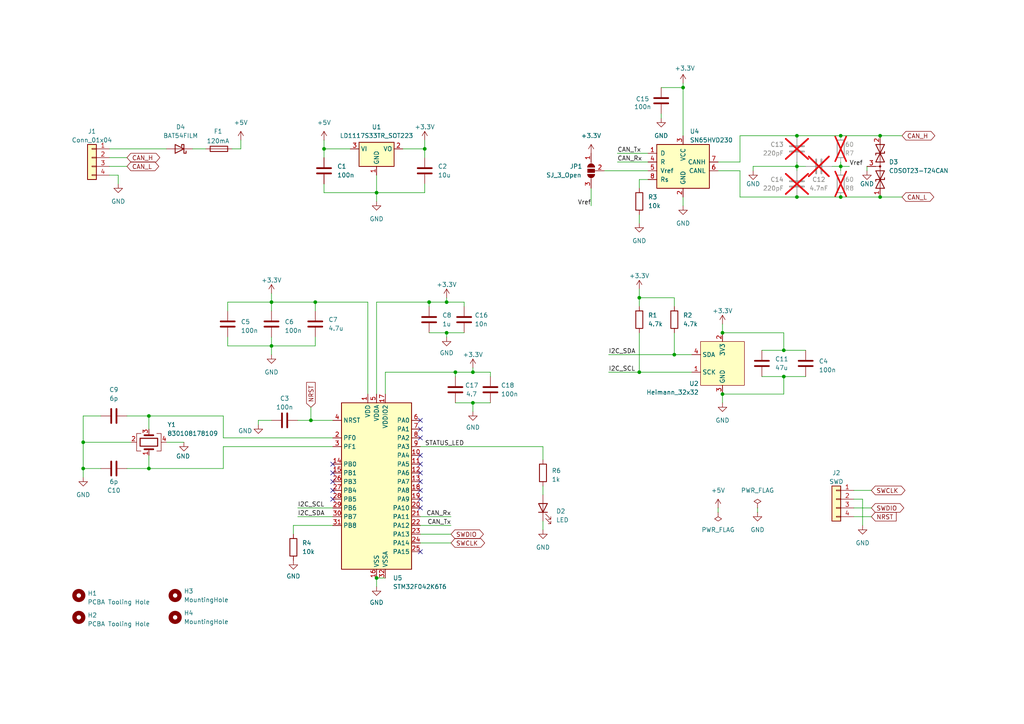
<source format=kicad_sch>
(kicad_sch (version 20231120) (generator "eeschema") (generator_version "8.0")
  (paper "A4")
  (lib_symbols
    (symbol "Connector_Generic:Conn_01x04" (pin_names (offset 1.016) hide)
      (property "Reference" "J" (at 0 5.08 0))
      (property "Value" "Conn_01x04" (at 0 -7.62 0))
      (symbol "Conn_01x04_1_1"
        (rectangle (start -1.27 -4.953) (end 0 -5.207) (stroke (width 0.1524)))
        (rectangle (start -1.27 -2.413) (end 0 -2.667) (stroke (width 0.1524)))
        (rectangle (start -1.27 0.127) (end 0 -0.127) (stroke (width 0.1524)))
        (rectangle (start -1.27 2.667) (end 0 2.413) (stroke (width 0.1524)))
        (rectangle (start -1.27 3.81) (end 1.27 -6.35) (stroke (width 0.254)) (fill (type background)))
        (pin passive line (at -5.08 2.54 0) (length 3.81) (name "Pin_1") (number "1"))
        (pin passive line (at -5.08 0 0) (length 3.81) (name "Pin_2") (number "2"))
        (pin passive line (at -5.08 -2.54 0) (length 3.81) (name "Pin_3") (number "3"))
        (pin passive line (at -5.08 -5.08 0) (length 3.81) (name "Pin_4") (number "4"))
      )
    )
    (symbol "Device:C" (pin_numbers hide) (pin_names (offset 0.254))
      (property "Reference" "C" (at 0.635 2.54 0))
      (property "Value" "C" (at 0.635 -2.54 0))
      (symbol "C_0_1"
        (polyline (pts (xy -2.032 -0.762) (xy 2.032 -0.762)) (stroke (width 0.508)))
        (polyline (pts (xy -2.032 0.762) (xy 2.032 0.762)) (stroke (width 0.508)))
      )
      (symbol "C_1_1"
        (pin passive line (at 0 3.81 270) (length 2.794) (name "~") (number "1"))
        (pin passive line (at 0 -3.81 90) (length 2.794) (name "~") (number "2"))
      )
    )
    (symbol "Device:D_Schottky" (pin_numbers hide) (pin_names (offset 1.016) hide)
      (property "Reference" "D" (at 0 2.54 0))
      (property "Value" "D_Schottky" (at 0 -2.54 0))
      (symbol "D_Schottky_0_1"
        (polyline (pts (xy 1.27 0) (xy -1.27 0)))
        (polyline (pts (xy 1.27 1.27) (xy 1.27 -1.27) (xy -1.27 0) (xy 1.27 1.27)) (stroke (width 0.254)))
        (polyline (pts (xy -1.905 0.635) (xy -1.905 1.27) (xy -1.27 1.27) (xy -1.27 -1.27) (xy -0.635 -1.27) (xy -0.635 -0.635)) (stroke (width 0.254)))
      )
      (symbol "D_Schottky_1_1"
        (pin passive line (at -3.81 0 0) (length 2.54) (name "K") (number "1"))
        (pin passive line (at 3.81 0 180) (length 2.54) (name "A") (number "2"))
      )
    )
    (symbol "Device:D_TVS_Dual_AAC" (pin_names (offset 1.016) hide)
      (property "Reference" "D" (at 0 4.445 0))
      (property "Value" "D_TVS_Dual_AAC" (at 0 2.54 0))
      (symbol "D_TVS_Dual_AAC_0_0"
        (polyline (pts (xy 0 -1.27) (xy 0 0)))
      )
      (symbol "D_TVS_Dual_AAC_0_1"
        (polyline (pts (xy -6.35 0) (xy 6.35 0)))
        (polyline (pts (xy -3.302 1.27) (xy -3.81 1.27) (xy -3.81 -1.27) (xy -4.318 -1.27)) (stroke (width 0.254)))
        (polyline (pts (xy 4.318 1.27) (xy 3.81 1.27) (xy 3.81 -1.27) (xy 3.302 -1.27)) (stroke (width 0.254)))
        (polyline (pts (xy -6.35 1.27) (xy -1.27 -1.27) (xy -1.27 1.27) (xy -6.35 -1.27) (xy -6.35 1.27)) (stroke (width 0.254)))
        (polyline (pts (xy 6.35 1.27) (xy 1.27 -1.27) (xy 1.27 1.27) (xy 6.35 -1.27) (xy 6.35 1.27)) (stroke (width 0.254)))
        (circle (center 0 0) (radius 0.254) (fill (type outline)))
      )
      (symbol "D_TVS_Dual_AAC_1_1"
        (pin passive line (at -8.89 0 0) (length 2.54) (name "A1") (number "1"))
        (pin passive line (at 8.89 0 180) (length 2.54) (name "A2") (number "2"))
        (pin input line (at 0 -3.81 90) (length 2.54) (name "common") (number "3"))
      )
    )
    (symbol "Device:Fuse" (pin_numbers hide) (pin_names (offset 0))
      (property "Reference" "F" (at 2.032 0 90))
      (property "Value" "Fuse" (at -1.905 0 90))
      (symbol "Fuse_0_1"
        (rectangle (start -0.762 -2.54) (end 0.762 2.54) (stroke (width 0.254)))
        (polyline (pts (xy 0 2.54) (xy 0 -2.54)))
      )
      (symbol "Fuse_1_1"
        (pin passive line (at 0 3.81 270) (length 1.27) (name "~") (number "1"))
        (pin passive line (at 0 -3.81 90) (length 1.27) (name "~") (number "2"))
      )
    )
    (symbol "Device:LED" (pin_numbers hide) (pin_names (offset 1.016) hide)
      (property "Reference" "D" (at 0 2.54 0))
      (property "Value" "LED" (at 0 -2.54 0))
      (symbol "LED_0_1"
        (polyline (pts (xy -1.27 -1.27) (xy -1.27 1.27)) (stroke (width 0.254)))
        (polyline (pts (xy -1.27 0) (xy 1.27 0)))
        (polyline (pts (xy 1.27 -1.27) (xy 1.27 1.27) (xy -1.27 0) (xy 1.27 -1.27)) (stroke (width 0.254)))
        (polyline (pts (xy -3.048 -0.762) (xy -4.572 -2.286) (xy -3.81 -2.286) (xy -4.572 -2.286) (xy -4.572 -1.524)))
        (polyline (pts (xy -1.778 -0.762) (xy -3.302 -2.286) (xy -2.54 -2.286) (xy -3.302 -2.286) (xy -3.302 -1.524)))
      )
      (symbol "LED_1_1"
        (pin passive line (at -3.81 0 0) (length 2.54) (name "K") (number "1"))
        (pin passive line (at 3.81 0 180) (length 2.54) (name "A") (number "2"))
      )
    )
    (symbol "Device:R" (pin_numbers hide) (pin_names (offset 0))
      (property "Reference" "R" (at 2.032 0 90))
      (property "Value" "R" (at 0 0 90))
      (symbol "R_0_1"
        (rectangle (start -1.016 -2.54) (end 1.016 2.54) (stroke (width 0.254)))
      )
      (symbol "R_1_1"
        (pin passive line (at 0 3.81 270) (length 1.27) (name "~") (number "1"))
        (pin passive line (at 0 -3.81 90) (length 1.27) (name "~") (number "2"))
      )
    )
    (symbol "FaSTTUBe_Crystals:830108178109" (pin_names (offset 1.016) hide)
      (property "Reference" "Y" (at 3.175 5.08 0))
      (property "Value" "830108178109" (at 3.175 3.175 0))
      (symbol "830108178109_0_1"
        (rectangle (start -1.143 2.54) (end 1.143 -2.54) (stroke (width 0.3048)))
        (polyline (pts (xy -2.54 0) (xy -2.032 0)))
        (polyline (pts (xy -2.032 -1.27) (xy -2.032 1.27)) (stroke (width 0.508)))
        (polyline (pts (xy 0 -3.81) (xy 0 -3.556)))
        (polyline (pts (xy 0 3.556) (xy 0 3.81)))
        (polyline (pts (xy 2.032 -1.27) (xy 2.032 1.27)) (stroke (width 0.508)))
        (polyline (pts (xy 2.032 0) (xy 2.54 0)))
        (polyline (pts (xy -2.54 -2.286) (xy -2.54 -3.556) (xy 2.54 -3.556) (xy 2.54 -2.286)))
        (polyline (pts (xy -2.54 2.286) (xy -2.54 3.556) (xy 2.54 3.556) (xy 2.54 2.286)))
      )
      (symbol "830108178109_1_1"
        (pin passive line (at -3.81 0 0) (length 1.27) (name "1") (number "1"))
        (pin passive line (at 0 5.08 270) (length 1.27) (name "2") (number "2"))
        (pin passive line (at 3.81 0 180) (length 1.27) (name "3") (number "3"))
        (pin passive line (at 0 -5.08 90) (length 1.27) (name "4") (number "4"))
      )
    )
    (symbol "GND_1" (power) (pin_numbers hide) (pin_names (offset 0) hide)
      (property "Value" "GND" (at 0 -3.81 0))
      (symbol "GND_1_0_1"
        (polyline (pts (xy 0 0) (xy 0 -1.27) (xy 1.27 -1.27) (xy 0 -2.54) (xy -1.27 -1.27) (xy 0 -1.27)))
      )
      (symbol "GND_1_1_1"
        (pin power_in line (at 0 0 270) (length 0) (name "~") (number "1"))
      )
    )
    (symbol "Interface_CAN_LIN:SN65HVD230" (pin_names (offset 1.016))
      (property "Reference" "U" (at -2.54 10.16 0))
      (property "Value" "SN65HVD230" (at -2.54 7.62 0))
      (symbol "SN65HVD230_0_1"
        (rectangle (start -7.62 5.08) (end 7.62 -7.62) (stroke (width 0.254)) (fill (type background)))
      )
      (symbol "SN65HVD230_1_1"
        (pin input line (at -10.16 2.54 0) (length 2.54) (name "D") (number "1"))
        (pin power_in line (at 0 -10.16 90) (length 2.54) (name "GND") (number "2"))
        (pin power_in line (at 0 7.62 270) (length 2.54) (name "VCC") (number "3"))
        (pin output line (at -10.16 0 0) (length 2.54) (name "R") (number "4"))
        (pin output line (at -10.16 -2.54 0) (length 2.54) (name "Vref") (number "5"))
        (pin bidirectional line (at 10.16 -2.54 180) (length 2.54) (name "CANL") (number "6"))
        (pin bidirectional line (at 10.16 0 180) (length 2.54) (name "CANH") (number "7"))
        (pin input line (at -10.16 -5.08 0) (length 2.54) (name "Rs") (number "8"))
      )
    )
    (symbol "Jumper:SolderJumper_3_Open" (pin_names (offset 0) hide)
      (property "Reference" "JP" (at -2.54 -2.54 0))
      (property "Value" "SolderJumper_3_Open" (at 0 2.794 0))
      (symbol "SolderJumper_3_Open_0_1"
        (arc (start -1.016 1.016) (mid -2.0276 0) (end -1.016 -1.016))
        (arc (start -1.016 1.016) (mid -2.0276 0) (end -1.016 -1.016) (fill (type outline)))
        (rectangle (start -0.508 1.016) (end 0.508 -1.016) (fill (type outline)))
        (polyline (pts (xy -2.54 0) (xy -2.032 0)))
        (polyline (pts (xy -1.016 1.016) (xy -1.016 -1.016)))
        (polyline (pts (xy 0 -1.27) (xy 0 -1.016)))
        (polyline (pts (xy 1.016 1.016) (xy 1.016 -1.016)))
        (polyline (pts (xy 2.54 0) (xy 2.032 0)))
        (arc (start 1.016 -1.016) (mid 2.0276 0) (end 1.016 1.016))
        (arc (start 1.016 -1.016) (mid 2.0276 0) (end 1.016 1.016) (fill (type outline)))
      )
      (symbol "SolderJumper_3_Open_1_1"
        (pin passive line (at -5.08 0 0) (length 2.54) (name "A") (number "1"))
        (pin passive line (at 0 -3.81 90) (length 2.54) (name "C") (number "2"))
        (pin passive line (at 5.08 0 180) (length 2.54) (name "B") (number "3"))
      )
    )
    (symbol "MCU_ST_STM32F0:STM32F042K6Tx"
      (property "Reference" "U" (at -10.16 26.67 0))
      (property "Value" "STM32F042K6Tx" (at 5.08 26.67 0))
      (symbol "STM32F042K6Tx_0_1"
        (rectangle (start -10.16 -22.86) (end 10.16 25.4) (stroke (width 0.254)) (fill (type background)))
      )
      (symbol "STM32F042K6Tx_1_1"
        (pin power_in line (at -2.54 27.94 270) (length 2.54) (name "VDD") (number "1"))
        (pin bidirectional line (at 12.7 10.16 180) (length 2.54) (name "PA4") (number "10"))
        (pin bidirectional line (at 12.7 7.62 180) (length 2.54) (name "PA5") (number "11"))
        (pin bidirectional line (at 12.7 5.08 180) (length 2.54) (name "PA6") (number "12"))
        (pin bidirectional line (at 12.7 2.54 180) (length 2.54) (name "PA7") (number "13"))
        (pin bidirectional line (at -12.7 7.62 0) (length 2.54) (name "PB0") (number "14"))
        (pin bidirectional line (at -12.7 5.08 0) (length 2.54) (name "PB1") (number "15"))
        (pin power_in line (at 0 -25.4 90) (length 2.54) (name "VSS") (number "16"))
        (pin power_in line (at 2.54 27.94 270) (length 2.54) (name "VDDIO2") (number "17"))
        (pin bidirectional line (at 12.7 0 180) (length 2.54) (name "PA8") (number "18"))
        (pin bidirectional line (at 12.7 -2.54 180) (length 2.54) (name "PA9") (number "19"))
        (pin bidirectional line (at -12.7 15.24 0) (length 2.54) (name "PF0") (number "2"))
        (pin bidirectional line (at 12.7 -5.08 180) (length 2.54) (name "PA10") (number "20"))
        (pin bidirectional line (at 12.7 -7.62 180) (length 2.54) (name "PA11") (number "21"))
        (pin bidirectional line (at 12.7 -10.16 180) (length 2.54) (name "PA12") (number "22"))
        (pin bidirectional line (at 12.7 -12.7 180) (length 2.54) (name "PA13") (number "23"))
        (pin bidirectional line (at 12.7 -15.24 180) (length 2.54) (name "PA14") (number "24"))
        (pin bidirectional line (at 12.7 -17.78 180) (length 2.54) (name "PA15") (number "25"))
        (pin bidirectional line (at -12.7 2.54 0) (length 2.54) (name "PB3") (number "26"))
        (pin bidirectional line (at -12.7 0 0) (length 2.54) (name "PB4") (number "27"))
        (pin bidirectional line (at -12.7 -2.54 0) (length 2.54) (name "PB5") (number "28"))
        (pin bidirectional line (at -12.7 -5.08 0) (length 2.54) (name "PB6") (number "29"))
        (pin bidirectional line (at -12.7 12.7 0) (length 2.54) (name "PF1") (number "3"))
        (pin bidirectional line (at -12.7 -7.62 0) (length 2.54) (name "PB7") (number "30"))
        (pin bidirectional line (at -12.7 -10.16 0) (length 2.54) (name "PB8") (number "31"))
        (pin power_in line (at 2.54 -25.4 90) (length 2.54) (name "VSSA") (number "32"))
        (pin input line (at -12.7 20.32 0) (length 2.54) (name "NRST") (number "4"))
        (pin power_in line (at 0 27.94 270) (length 2.54) (name "VDDA") (number "5"))
        (pin bidirectional line (at 12.7 20.32 180) (length 2.54) (name "PA0") (number "6"))
        (pin bidirectional line (at 12.7 17.78 180) (length 2.54) (name "PA1") (number "7"))
        (pin bidirectional line (at 12.7 15.24 180) (length 2.54) (name "PA2") (number "8"))
        (pin bidirectional line (at 12.7 12.7 180) (length 2.54) (name "PA3") (number "9"))
      )
    )
    (symbol "Mechanical:MountingHole" (pin_names (offset 1.016))
      (property "Reference" "H" (at 0 5.08 0))
      (property "Value" "MountingHole" (at 0 3.175 0))
      (symbol "MountingHole_0_1"
        (circle (center 0 0) (radius 1.27) (stroke (width 1.27)))
      )
    )
    (symbol "MountingHole_1" (pin_names (offset 1.016)) (exclude_from_sim yes) (in_bom no)
      (property "Reference" "H" (at 0 5.08 0))
      (property "Value" "MountingHole" (at 0 3.175 0))
      (symbol "MountingHole_1_0_1"
        (circle (center 0 0) (radius 1.27) (stroke (width 1.27)))
      )
    )
    (symbol "Regulator_Linear:LD1117S33TR_SOT223"
      (property "Reference" "U" (at -3.81 3.175 0))
      (property "Value" "LD1117S33TR_SOT223" (at 0 3.175 0))
      (symbol "LD1117S33TR_SOT223_0_1"
        (rectangle (start -5.08 -5.08) (end 5.08 1.905) (stroke (width 0.254)) (fill (type background)))
      )
      (symbol "LD1117S33TR_SOT223_1_1"
        (pin power_in line (at 0 -7.62 90) (length 2.54) (name "GND") (number "1"))
        (pin power_out line (at 7.62 0 180) (length 2.54) (name "VO") (number "2"))
        (pin power_in line (at -7.62 0 0) (length 2.54) (name "VI") (number "3"))
      )
    )
    (symbol "TTS:Heimann_16x16"
      (property "Reference" "U" (at 0 0 0))
      (property "Value" "Heimann_16x16" (at 0 0 0))
      (symbol "Heimann_16x16_0_1"
        (rectangle (start -6.35 6.35) (end 6.35 -6.35) (fill (type background)))
      )
      (symbol "Heimann_16x16_1_1"
        (pin bidirectional line (at 8.89 -2.54 180) (length 2.54) (name "SCK") (number "1"))
        (pin power_in line (at 0 8.89 270) (length 2.54) (name "3V3") (number "2"))
        (pin power_in line (at 0 -8.89 90) (length 2.54) (name "GND") (number "3"))
        (pin bidirectional line (at 8.89 2.54 180) (length 2.54) (name "SDA") (number "4"))
      )
    )
    (symbol "power:+3.3V" (power) (pin_names (offset 0))
      (property "Value" "+3.3V" (at 0 3.556 0))
      (symbol "+3.3V_0_1"
        (polyline (pts (xy -0.762 1.27) (xy 0 2.54)))
        (polyline (pts (xy 0 0) (xy 0 2.54)))
        (polyline (pts (xy 0 2.54) (xy 0.762 1.27)))
      )
      (symbol "+3.3V_1_1"
        (pin power_in line (at 0 0 90) (length 0) hide (name "+3.3V") (number "1"))
      )
    )
    (symbol "power:+5V" (power) (pin_numbers hide) (pin_names (offset 0) hide)
      (property "Value" "+5V" (at 0 3.556 0))
      (symbol "+5V_0_1"
        (polyline (pts (xy -0.762 1.27) (xy 0 2.54)))
        (polyline (pts (xy 0 0) (xy 0 2.54)))
        (polyline (pts (xy 0 2.54) (xy 0.762 1.27)))
      )
      (symbol "+5V_1_1"
        (pin power_in line (at 0 0 90) (length 0) (name "~") (number "1"))
      )
    )
    (symbol "power:GND" (power) (pin_names (offset 0))
      (property "Value" "GND" (at 0 -3.81 0))
      (symbol "GND_0_1"
        (polyline (pts (xy 0 0) (xy 0 -1.27) (xy 1.27 -1.27) (xy 0 -2.54) (xy -1.27 -1.27) (xy 0 -1.27)))
      )
      (symbol "GND_1_1"
        (pin power_in line (at 0 0 270) (length 0) hide (name "GND") (number "1"))
      )
    )
    (symbol "power:PWR_FLAG" (power) (pin_numbers hide) (pin_names (offset 0) hide)
      (property "Value" "PWR_FLAG" (at 0 3.81 0))
      (symbol "PWR_FLAG_0_0"
        (pin power_out line (at 0 0 90) (length 0) (name "~") (number "1"))
      )
      (symbol "PWR_FLAG_0_1"
        (polyline (pts (xy 0 0) (xy 0 1.27) (xy -1.016 1.905) (xy 0 2.54) (xy 1.016 1.905) (xy 0 1.27)))
      )
    )
  )
  (junction (at 91.44 87.63))
  (junction (at 137.16 107.95))
  (junction (at 243.84 48.26))
  (junction (at 78.74 87.63))
  (junction (at 43.18 120.65))
  (junction (at 43.18 135.89))
  (junction (at 24.13 135.89))
  (junction (at 231.14 48.26))
  (junction (at 132.08 107.95))
  (junction (at 227.33 101.6))
  (junction (at 231.14 57.15))
  (junction (at 109.22 55.88))
  (junction (at 109.22 167.64))
  (junction (at 243.84 39.37))
  (junction (at 93.98 43.18))
  (junction (at 255.27 57.15))
  (junction (at 124.46 87.63))
  (junction (at 227.33 109.22))
  (junction (at 231.14 39.37))
  (junction (at 198.12 25.4))
  (junction (at 129.54 96.52))
  (junction (at 78.74 100.33))
  (junction (at 129.54 87.63))
  (junction (at 209.55 114.3))
  (junction (at 137.16 116.84))
  (junction (at 209.55 96.52))
  (junction (at 123.19 43.18))
  (junction (at 185.42 107.95))
  (junction (at 24.13 128.27))
  (junction (at 195.58 102.87))
  (junction (at 243.84 57.15))
  (junction (at 185.42 86.36))
  (junction (at 255.27 39.37))
  (junction (at 90.17 121.92))
  (no_connect (at 121.92 142.24))
  (no_connect (at 121.92 144.78))
  (no_connect (at 121.92 160.02))
  (no_connect (at 96.52 142.24))
  (no_connect (at 96.52 134.62))
  (no_connect (at 121.92 132.08))
  (no_connect (at 121.92 137.16))
  (no_connect (at 96.52 137.16))
  (no_connect (at 96.52 144.78))
  (no_connect (at 121.92 121.92))
  (no_connect (at 121.92 127))
  (no_connect (at 121.92 124.46))
  (no_connect (at 121.92 147.32))
  (no_connect (at 121.92 134.62))
  (no_connect (at 96.52 139.7))
  (no_connect (at 121.92 139.7))
  (wire (pts (xy 121.92 157.48) (xy 130.81 157.48)))
  (wire (pts (xy 157.48 151.13) (xy 157.48 153.67)))
  (wire (pts (xy 124.46 87.63) (xy 124.46 88.9)))
  (wire (pts (xy 142.24 107.95) (xy 142.24 109.22)))
  (wire (pts (xy 78.74 87.63) (xy 66.04 87.63)))
  (wire (pts (xy 78.74 97.79) (xy 78.74 100.33)))
  (wire (pts (xy 43.18 135.89) (xy 64.77 135.89)))
  (wire (pts (xy 116.84 43.18) (xy 123.19 43.18)))
  (wire (pts (xy 109.22 167.64) (xy 111.76 167.64)))
  (wire (pts (xy 78.74 100.33) (xy 91.44 100.33)))
  (wire (pts (xy 74.93 123.19) (xy 74.93 121.92)))
  (wire (pts (xy 218.44 49.53) (xy 218.44 48.26)))
  (wire (pts (xy 31.75 48.26) (xy 36.83 48.26)))
  (wire (pts (xy 109.22 167.64) (xy 109.22 170.18)))
  (wire (pts (xy 179.07 44.45) (xy 187.96 44.45)))
  (wire (pts (xy 31.75 45.72) (xy 36.83 45.72)))
  (wire (pts (xy 255.27 39.37) (xy 243.84 39.37)))
  (wire (pts (xy 191.77 25.4) (xy 198.12 25.4)))
  (wire (pts (xy 129.54 96.52) (xy 134.62 96.52)))
  (wire (pts (xy 137.16 107.95) (xy 142.24 107.95)))
  (wire (pts (xy 36.83 120.65) (xy 43.18 120.65)))
  (wire (pts (xy 121.92 149.86) (xy 130.81 149.86)))
  (wire (pts (xy 220.98 109.22) (xy 227.33 109.22)))
  (wire (pts (xy 176.53 102.87) (xy 195.58 102.87)))
  (wire (pts (xy 121.92 154.94) (xy 130.81 154.94)))
  (wire (pts (xy 185.42 83.82) (xy 185.42 86.36)))
  (wire (pts (xy 24.13 135.89) (xy 24.13 138.43)))
  (wire (pts (xy 109.22 50.8) (xy 109.22 55.88)))
  (wire (pts (xy 86.36 121.92) (xy 90.17 121.92)))
  (wire (pts (xy 255.27 57.15) (xy 243.84 57.15)))
  (wire (pts (xy 24.13 128.27) (xy 24.13 135.89)))
  (wire (pts (xy 106.68 87.63) (xy 91.44 87.63)))
  (wire (pts (xy 29.21 120.65) (xy 24.13 120.65)))
  (wire (pts (xy 91.44 100.33) (xy 91.44 97.79)))
  (wire (pts (xy 247.65 142.24) (xy 252.73 142.24)))
  (wire (pts (xy 134.62 87.63) (xy 134.62 88.9)))
  (wire (pts (xy 96.52 152.4) (xy 85.09 152.4)))
  (wire (pts (xy 243.84 46.99) (xy 243.84 48.26)))
  (wire (pts (xy 64.77 120.65) (xy 64.77 127)))
  (wire (pts (xy 171.45 59.69) (xy 171.45 54.61)))
  (wire (pts (xy 227.33 96.52) (xy 227.33 101.6)))
  (wire (pts (xy 246.38 48.26) (xy 243.84 48.26)))
  (wire (pts (xy 157.48 140.97) (xy 157.48 143.51)))
  (wire (pts (xy 86.36 149.86) (xy 96.52 149.86)))
  (wire (pts (xy 123.19 43.18) (xy 123.19 45.72)))
  (wire (pts (xy 111.76 107.95) (xy 111.76 114.3)))
  (wire (pts (xy 124.46 87.63) (xy 129.54 87.63)))
  (wire (pts (xy 109.22 87.63) (xy 109.22 114.3)))
  (wire (pts (xy 86.36 147.32) (xy 96.52 147.32)))
  (wire (pts (xy 243.84 39.37) (xy 231.14 39.37)))
  (wire (pts (xy 24.13 120.65) (xy 24.13 128.27)))
  (wire (pts (xy 121.92 129.54) (xy 157.48 129.54)))
  (wire (pts (xy 132.08 107.95) (xy 137.16 107.95)))
  (wire (pts (xy 214.63 46.99) (xy 214.63 39.37)))
  (wire (pts (xy 247.65 149.86) (xy 252.73 149.86)))
  (wire (pts (xy 219.71 147.32) (xy 219.71 148.59)))
  (wire (pts (xy 137.16 106.68) (xy 137.16 107.95)))
  (wire (pts (xy 59.69 43.18) (xy 55.88 43.18)))
  (wire (pts (xy 34.29 50.8) (xy 31.75 50.8)))
  (wire (pts (xy 34.29 53.34) (xy 34.29 50.8)))
  (wire (pts (xy 121.92 152.4) (xy 130.81 152.4)))
  (wire (pts (xy 109.22 55.88) (xy 123.19 55.88)))
  (wire (pts (xy 74.93 121.92) (xy 78.74 121.92)))
  (wire (pts (xy 214.63 49.53) (xy 214.63 57.15)))
  (wire (pts (xy 195.58 88.9) (xy 195.58 86.36)))
  (wire (pts (xy 93.98 40.64) (xy 93.98 43.18)))
  (wire (pts (xy 195.58 102.87) (xy 195.58 96.52)))
  (wire (pts (xy 185.42 86.36) (xy 185.42 88.9)))
  (wire (pts (xy 185.42 107.95) (xy 200.66 107.95)))
  (wire (pts (xy 231.14 49.53) (xy 231.14 48.26)))
  (wire (pts (xy 209.55 114.3) (xy 227.33 114.3)))
  (wire (pts (xy 91.44 87.63) (xy 78.74 87.63)))
  (wire (pts (xy 227.33 109.22) (xy 233.68 109.22)))
  (wire (pts (xy 24.13 135.89) (xy 29.21 135.89)))
  (wire (pts (xy 78.74 85.09) (xy 78.74 87.63)))
  (wire (pts (xy 247.65 147.32) (xy 252.73 147.32)))
  (wire (pts (xy 43.18 120.65) (xy 64.77 120.65)))
  (wire (pts (xy 195.58 102.87) (xy 200.66 102.87)))
  (wire (pts (xy 111.76 107.95) (xy 132.08 107.95)))
  (wire (pts (xy 123.19 40.64) (xy 123.19 43.18)))
  (wire (pts (xy 129.54 96.52) (xy 129.54 97.79)))
  (wire (pts (xy 43.18 132.08) (xy 43.18 135.89)))
  (wire (pts (xy 123.19 55.88) (xy 123.19 53.34)))
  (wire (pts (xy 124.46 96.52) (xy 129.54 96.52)))
  (wire (pts (xy 214.63 57.15) (xy 231.14 57.15)))
  (wire (pts (xy 227.33 109.22) (xy 227.33 114.3)))
  (wire (pts (xy 109.22 55.88) (xy 109.22 58.42)))
  (wire (pts (xy 64.77 127) (xy 96.52 127)))
  (wire (pts (xy 261.62 57.15) (xy 255.27 57.15)))
  (wire (pts (xy 90.17 118.11) (xy 90.17 121.92)))
  (wire (pts (xy 36.83 135.89) (xy 43.18 135.89)))
  (wire (pts (xy 137.16 116.84) (xy 142.24 116.84)))
  (wire (pts (xy 129.54 86.36) (xy 129.54 87.63)))
  (wire (pts (xy 24.13 128.27) (xy 38.1 128.27)))
  (wire (pts (xy 93.98 53.34) (xy 93.98 55.88)))
  (wire (pts (xy 175.26 49.53) (xy 187.96 49.53)))
  (wire (pts (xy 78.74 100.33) (xy 78.74 102.87)))
  (wire (pts (xy 185.42 52.07) (xy 187.96 52.07)))
  (wire (pts (xy 208.28 49.53) (xy 214.63 49.53)))
  (wire (pts (xy 243.84 48.26) (xy 241.3 48.26)))
  (wire (pts (xy 208.28 147.32) (xy 208.28 148.59)))
  (wire (pts (xy 251.46 49.53) (xy 251.46 48.26)))
  (wire (pts (xy 137.16 116.84) (xy 137.16 119.38)))
  (wire (pts (xy 93.98 43.18) (xy 101.6 43.18)))
  (wire (pts (xy 250.19 144.78) (xy 250.19 152.4)))
  (wire (pts (xy 243.84 49.53) (xy 243.84 48.26)))
  (wire (pts (xy 109.22 87.63) (xy 124.46 87.63)))
  (wire (pts (xy 132.08 116.84) (xy 137.16 116.84)))
  (wire (pts (xy 66.04 87.63) (xy 66.04 90.17)))
  (wire (pts (xy 261.62 39.37) (xy 255.27 39.37)))
  (wire (pts (xy 176.53 107.95) (xy 185.42 107.95)))
  (wire (pts (xy 185.42 54.61) (xy 185.42 52.07)))
  (wire (pts (xy 48.26 128.27) (xy 53.34 128.27)))
  (wire (pts (xy 67.31 43.18) (xy 69.85 43.18)))
  (wire (pts (xy 198.12 24.13) (xy 198.12 25.4)))
  (wire (pts (xy 69.85 43.18) (xy 69.85 40.64)))
  (wire (pts (xy 90.17 121.92) (xy 96.52 121.92)))
  (wire (pts (xy 231.14 46.99) (xy 231.14 48.26)))
  (wire (pts (xy 132.08 107.95) (xy 132.08 109.22)))
  (wire (pts (xy 195.58 86.36) (xy 185.42 86.36)))
  (wire (pts (xy 78.74 87.63) (xy 78.74 90.17)))
  (wire (pts (xy 85.09 152.4) (xy 85.09 154.94)))
  (wire (pts (xy 209.55 114.3) (xy 209.55 116.84)))
  (wire (pts (xy 31.75 43.18) (xy 48.26 43.18)))
  (wire (pts (xy 209.55 93.98) (xy 209.55 96.52)))
  (wire (pts (xy 106.68 87.63) (xy 106.68 114.3)))
  (wire (pts (xy 243.84 57.15) (xy 231.14 57.15)))
  (wire (pts (xy 220.98 101.6) (xy 227.33 101.6)))
  (wire (pts (xy 93.98 55.88) (xy 109.22 55.88)))
  (wire (pts (xy 157.48 129.54) (xy 157.48 133.35)))
  (wire (pts (xy 198.12 25.4) (xy 198.12 39.37)))
  (wire (pts (xy 185.42 62.23) (xy 185.42 64.77)))
  (wire (pts (xy 43.18 120.65) (xy 43.18 124.46)))
  (wire (pts (xy 208.28 46.99) (xy 214.63 46.99)))
  (wire (pts (xy 233.68 48.26) (xy 231.14 48.26)))
  (wire (pts (xy 214.63 39.37) (xy 231.14 39.37)))
  (wire (pts (xy 66.04 100.33) (xy 78.74 100.33)))
  (wire (pts (xy 198.12 57.15) (xy 198.12 59.69)))
  (wire (pts (xy 191.77 34.29) (xy 191.77 33.02)))
  (wire (pts (xy 185.42 107.95) (xy 185.42 96.52)))
  (wire (pts (xy 227.33 101.6) (xy 233.68 101.6)))
  (wire (pts (xy 179.07 46.99) (xy 187.96 46.99)))
  (wire (pts (xy 66.04 97.79) (xy 66.04 100.33)))
  (wire (pts (xy 91.44 90.17) (xy 91.44 87.63)))
  (wire (pts (xy 96.52 129.54) (xy 64.77 129.54)))
  (wire (pts (xy 209.55 96.52) (xy 227.33 96.52)))
  (wire (pts (xy 247.65 144.78) (xy 250.19 144.78)))
  (wire (pts (xy 129.54 87.63) (xy 134.62 87.63)))
  (wire (pts (xy 93.98 43.18) (xy 93.98 45.72)))
  (wire (pts (xy 64.77 129.54) (xy 64.77 135.89)))
  (wire (pts (xy 218.44 48.26) (xy 231.14 48.26)))
  (label "CAN_Tx" (at 130.81 152.4 180))
  (label "I2C_SDA" (at 86.36 149.86 0))
  (label "CAN_Rx" (at 130.81 149.86 180))
  (label "Vref" (at 171.45 59.69 180))
  (label "Vref" (at 246.38 48.26 0))
  (label "I2C_SCL" (at 86.36 147.32 0))
  (label "CAN_Rx" (at 179.07 46.99 0))
  (label "I2C_SDA" (at 176.53 102.87 0))
  (label "I2C_SCL" (at 176.53 107.95 0))
  (label "STATUS_LED" (at 134.62 129.54 180))
  (label "CAN_Tx" (at 179.07 44.45 0))
  (global_label "SWCLK" (shape bidirectional) (at 130.81 157.48 0) (property "Intersheetrefs" "${INTERSHEET_REFS}" (effects (hide yes))))
  (global_label "CAN_L" (shape bidirectional) (at 261.62 57.15 0) (property "Intersheetrefs" "${INTERSHEET_REFS}" (effects (hide yes))))
  (global_label "SWDIO" (shape bidirectional) (at 252.73 147.32 0) (property "Intersheetrefs" "${INTERSHEET_REFS}" (effects (hide yes))))
  (global_label "CAN_H" (shape bidirectional) (at 261.62 39.37 0) (property "Intersheetrefs" "${INTERSHEET_REFS}" (effects (hide yes))))
  (global_label "CAN_L" (shape bidirectional) (at 36.83 48.26 0) (property "Intersheetrefs" "${INTERSHEET_REFS}" (effects (hide yes))))
  (global_label "CAN_H" (shape bidirectional) (at 36.83 45.72 0) (property "Intersheetrefs" "${INTERSHEET_REFS}" (effects (hide yes))))
  (global_label "SWDIO" (shape bidirectional) (at 130.81 154.94 0) (property "Intersheetrefs" "${INTERSHEET_REFS}" (effects (hide yes))))
  (global_label "NRST" (shape input) (at 252.73 149.86 0) (property "Intersheetrefs" "${INTERSHEET_REFS}" (effects (hide yes))))
  (global_label "NRST" (shape input) (at 90.17 118.11 90) (property "Intersheetrefs" "${INTERSHEET_REFS}" (effects (hide yes))))
  (global_label "SWCLK" (shape bidirectional) (at 252.73 142.24 0) (property "Intersheetrefs" "${INTERSHEET_REFS}" (effects (hide yes))))
  (symbol (lib_id "FaSTTUBe_Crystals:830108178109") (at 43.18 128.27 90) (unit 1)
    (property "Reference" "Y1" (at 49.784 123.19 90))
    (property "Value" "830108178109" (at 55.88 125.73 90))
    (property "Footprint" "Crystal:Crystal_SMD_2016-4Pin_2.0x1.6mm" (effects (hide yes)))
    (property "Datasheet" "https://www.we-online.com/components/products/datasheet/830108178109.pdf" (effects (hide yes)))
    (property "Description" "16.0MHz Load Capacitance (CL) 8.00pF, Shunt Capacitance (C0) 3pF max" (effects (hide yes)))
  )
  (symbol (lib_id "Device:C") (at 66.04 93.98 0) (unit 1)
    (property "Reference" "C5" (at 69.85 93.345 0) (effects (justify left)))
    (property "Value" "100n" (at 69.85 95.885 0) (effects (justify left)))
    (property "Footprint" "Capacitor_SMD:C_0603_1608Metric" (effects (hide yes)))
    (property "LCSC" "C307331" (effects (hide yes)))
  )
  (symbol (lib_id "Device:C") (at 91.44 93.98 0) (unit 1)
    (property "Reference" "C7" (at 95.25 92.7099 0) (effects (justify left)))
    (property "Value" "4.7u" (at 95.25 95.2499 0) (effects (justify left)))
    (property "Footprint" "Capacitor_SMD:C_0603_1608Metric" (effects (hide yes)))
    (property "LCSC" "C307331" (effects (hide yes)))
  )
  (symbol (lib_name "GND_1") (lib_id "power:GND") (at 219.71 148.59 0) (unit 1)
    (property "Reference" "#PWR029" (effects (hide yes)))
    (property "Value" "GND" (at 219.71 153.67 0))
    (property "Description" "Power symbol creates a global label with name \"GND\" , ground" (effects (hide yes)))
  )
  (symbol (lib_id "Device:C") (at 93.98 49.53 0) (unit 1)
    (property "Reference" "C1" (at 97.79 48.2599 0) (effects (justify left)))
    (property "Value" "100n" (at 97.79 50.7999 0) (effects (justify left)))
    (property "Footprint" "Capacitor_SMD:C_0603_1608Metric" (effects (hide yes)))
    (property "LCSC" "C15849" (effects (hide yes)))
  )
  (symbol (lib_id "Device:Fuse") (at 63.5 43.18 90) (unit 1)
    (property "Reference" "F1" (at 64.516 38.1 90) (effects (justify left)))
    (property "Value" "120mA" (at 66.548 40.894 90) (effects (justify left)))
    (property "Footprint" "Fuse:Fuse_1206_3216Metric" (effects (hide yes)))
    (property "Datasheet" "https://www.mouser.de/datasheet/2/87/eaton_pts1206_6_60_volt_dc_surface_mount_resettabl-1608737.pdf" (effects (hide yes)))
  )
  (symbol (lib_id "power:GND") (at 78.74 102.87 0) (unit 1)
    (property "Reference" "#PWR014" (effects (hide yes)))
    (property "Value" "GND" (at 78.74 107.95 0))
  )
  (symbol (lib_id "Device:C") (at 33.02 120.65 90) (unit 1)
    (property "Reference" "C9" (at 33.02 113.03 90))
    (property "Value" "6p" (at 33.02 115.57 90))
    (property "Footprint" "Capacitor_SMD:C_0603_1608Metric" (effects (hide yes)))
    (property "LCSC" "C1549" (effects (hide yes)))
  )
  (symbol (lib_id "power:+3.3V") (at 78.74 85.09 0) (unit 1)
    (property "Reference" "#PWR04" (effects (hide yes)))
    (property "Value" "+3.3V" (at 78.74 81.28 0))
  )
  (symbol (lib_id "Device:C") (at 233.68 105.41 0) (unit 1)
    (property "Reference" "C4" (at 237.49 104.775 0) (effects (justify left)))
    (property "Value" "100n" (at 237.49 107.315 0) (effects (justify left)))
    (property "Footprint" "Capacitor_SMD:C_0603_1608Metric" (effects (hide yes)))
    (property "LCSC" "C307331" (effects (hide yes)))
  )
  (symbol (lib_id "power:GND") (at 191.77 34.29 0) (unit 1)
    (property "Reference" "#PWR027" (effects (hide yes)))
    (property "Value" "GND" (at 191.77 39.37 0))
  )
  (symbol (lib_id "Device:C") (at 231.14 43.18 0) (mirror y) (unit 1) (dnp yes)
    (property "Reference" "C13" (at 227.33 41.91 0) (effects (justify left)))
    (property "Value" "220pF" (at 227.33 44.45 0) (effects (justify left)))
    (property "Footprint" "Capacitor_SMD:C_0603_1608Metric" (effects (hide yes)))
  )
  (symbol (lib_name "MountingHole_1") (lib_id "Mechanical:MountingHole") (at 50.8 172.72 0) (unit 1) (exclude_from_sim yes) (in_bom no)
    (property "Reference" "H3" (at 53.34 171.4499 0) (effects (justify left)))
    (property "Value" "MountingHole" (at 53.34 173.9899 0) (effects (justify left)))
    (property "Footprint" "MountingHole:MountingHole_2.2mm_M2_DIN965" (effects (hide yes)))
    (property "Description" "Mounting Hole without connection" (effects (hide yes)))
  )
  (symbol (lib_id "Device:D_TVS_Dual_AAC") (at 255.27 48.26 270) (mirror x) (unit 1)
    (property "Reference" "D3" (at 257.81 46.99 90) (effects (justify left)))
    (property "Value" "CDSOT23-T24CAN" (at 257.81 49.53 90) (effects (justify left)))
    (property "Footprint" "Package_TO_SOT_SMD:SOT-23" (effects (hide yes)))
  )
  (symbol (lib_name "MountingHole_1") (lib_id "Mechanical:MountingHole") (at 50.8 179.07 0) (unit 1) (exclude_from_sim yes) (in_bom no)
    (property "Reference" "H4" (at 53.34 177.7999 0) (effects (justify left)))
    (property "Value" "MountingHole" (at 53.34 180.3399 0) (effects (justify left)))
    (property "Footprint" "MountingHole:MountingHole_2.2mm_M2_DIN965" (effects (hide yes)))
    (property "Description" "Mounting Hole without connection" (effects (hide yes)))
  )
  (symbol (lib_id "power:+3.3V") (at 137.16 106.68 0) (unit 1)
    (property "Reference" "#PWR017" (effects (hide yes)))
    (property "Value" "+3.3V" (at 137.16 102.87 0))
  )
  (symbol (lib_id "power:GND") (at 137.16 119.38 0) (unit 1)
    (property "Reference" "#PWR018" (effects (hide yes)))
    (property "Value" "GND" (at 137.16 123.952 0))
  )
  (symbol (lib_id "Device:LED") (at 157.48 147.32 90) (unit 1)
    (property "Reference" "D2" (at 161.29 148.2725 90) (effects (justify right)))
    (property "Value" "LED" (at 161.29 150.8125 90) (effects (justify right)))
    (property "Footprint" "LED_SMD:LED_0603_1608Metric" (effects (hide yes)))
    (property "LCSC" "C2286" (effects (hide yes)))
  )
  (symbol (lib_id "power:+5V") (at 208.28 147.32 0) (unit 1)
    (property "Reference" "#PWR028" (effects (hide yes)))
    (property "Value" "+5V" (at 208.28 142.24 0))
    (property "Description" "Power symbol creates a global label with name \"+5V\"" (effects (hide yes)))
  )
  (symbol (lib_id "Device:C") (at 237.49 48.26 270) (mirror x) (unit 1) (dnp yes)
    (property "Reference" "C12" (at 237.49 52.07 90))
    (property "Value" "4.7nF" (at 237.49 54.61 90))
    (property "Footprint" "Capacitor_SMD:C_0603_1608Metric" (effects (hide yes)))
  )
  (symbol (lib_id "power:+5V") (at 69.85 40.64 0) (unit 1)
    (property "Reference" "#PWR030" (effects (hide yes)))
    (property "Value" "+5V" (at 69.85 35.56 0))
    (property "Description" "Power symbol creates a global label with name \"+5V\"" (effects (hide yes)))
  )
  (symbol (lib_id "Device:R") (at 85.09 158.75 0) (unit 1)
    (property "Reference" "R4" (at 87.63 157.4799 0) (effects (justify left)))
    (property "Value" "10k" (at 87.63 160.0199 0) (effects (justify left)))
    (property "Footprint" "Resistor_SMD:R_0603_1608Metric" (effects (hide yes)))
    (property "LCSC" "C11702" (effects (hide yes)))
  )
  (symbol (lib_id "Device:R") (at 243.84 43.18 0) (mirror x) (unit 1) (dnp yes)
    (property "Reference" "R7" (at 246.38 44.45 0))
    (property "Value" "60" (at 246.38 41.91 0))
    (property "Footprint" "Resistor_SMD:R_0603_1608Metric" (effects (hide yes)))
  )
  (symbol (lib_id "Device:C") (at 82.55 121.92 90) (unit 1)
    (property "Reference" "C3" (at 82.55 115.57 90))
    (property "Value" "100n" (at 82.55 118.11 90))
    (property "Footprint" "Capacitor_SMD:C_0603_1608Metric" (effects (hide yes)))
    (property "LCSC" "C307331" (effects (hide yes)))
  )
  (symbol (lib_id "Device:C") (at 134.62 92.71 0) (unit 1)
    (property "Reference" "C16" (at 137.668 91.44 0) (effects (justify left)))
    (property "Value" "10n" (at 137.668 93.98 0) (effects (justify left)))
    (property "Footprint" "Capacitor_SMD:C_0603_1608Metric" (effects (hide yes)))
    (property "LCSC" "C307331" (effects (hide yes)))
  )
  (symbol (lib_id "Mechanical:MountingHole") (at 22.86 172.72 0) (unit 1)
    (property "Reference" "H1" (at 25.4 172.085 0) (effects (justify left)))
    (property "Value" "PCBA Tooling Hole" (at 25.4 174.625 0) (effects (justify left)))
    (property "Footprint" "TTS:JLCPCBA_ToolingHole" (effects (hide yes)))
  )
  (symbol (lib_id "power:GND") (at 198.12 59.69 0) (unit 1)
    (property "Reference" "#PWR011" (effects (hide yes)))
    (property "Value" "GND" (at 198.12 64.77 0))
  )
  (symbol (lib_id "Connector_Generic:Conn_01x04") (at 26.67 45.72 0) (mirror y) (unit 1)
    (property "Reference" "J1" (at 26.67 38.1 0))
    (property "Value" "Conn_01x04" (at 26.67 40.64 0))
    (property "Footprint" "Connector_Wire:SolderWire-0.25sqmm_1x04_P4.2mm_D0.65mm_OD1.7mm" (effects (hide yes)))
  )
  (symbol (lib_id "power:GND") (at 34.29 53.34 0) (unit 1)
    (property "Reference" "#PWR02" (effects (hide yes)))
    (property "Value" "GND" (at 34.29 58.42 0))
  )
  (symbol (lib_id "Device:R") (at 185.42 58.42 0) (unit 1)
    (property "Reference" "R3" (at 187.96 57.1499 0) (effects (justify left)))
    (property "Value" "10k" (at 187.96 59.6899 0) (effects (justify left)))
    (property "Footprint" "Resistor_SMD:R_0603_1608Metric" (effects (hide yes)))
    (property "LCSC" "C17168" (effects (hide yes)))
  )
  (symbol (lib_id "power:+3.3V") (at 209.55 93.98 0) (unit 1)
    (property "Reference" "#PWR07" (effects (hide yes)))
    (property "Value" "+3.3V" (at 209.55 90.17 0))
  )
  (symbol (lib_id "power:+3.3V") (at 198.12 24.13 0) (unit 1)
    (property "Reference" "#PWR09" (effects (hide yes)))
    (property "Value" "+3.3V" (at 198.628 19.812 0))
  )
  (symbol (lib_id "Mechanical:MountingHole") (at 22.86 179.07 0) (unit 1)
    (property "Reference" "H2" (at 25.4 178.435 0) (effects (justify left)))
    (property "Value" "PCBA Tooling Hole" (at 25.4 180.975 0) (effects (justify left)))
    (property "Footprint" "TTS:JLCPCBA_ToolingHole" (effects (hide yes)))
  )
  (symbol (lib_id "Device:R") (at 195.58 92.71 0) (unit 1)
    (property "Reference" "R2" (at 198.12 91.4399 0) (effects (justify left)))
    (property "Value" "4.7k" (at 198.12 93.9799 0) (effects (justify left)))
    (property "Footprint" "Resistor_SMD:R_0603_1608Metric" (effects (hide yes)))
    (property "LCSC" "C11702" (effects (hide yes)))
  )
  (symbol (lib_id "power:GND") (at 129.54 97.79 0) (unit 1)
    (property "Reference" "#PWR016" (effects (hide yes)))
    (property "Value" "GND" (at 129.54 102.362 0))
  )
  (symbol (lib_id "MCU_ST_STM32F0:STM32F042K6Tx") (at 109.22 142.24 0) (unit 1)
    (property "Reference" "U5" (at 113.9541 167.64 0) (effects (justify left)))
    (property "Value" "STM32F042K6T6" (at 113.9541 170.18 0) (effects (justify left)))
    (property "Footprint" "Package_QFP:LQFP-32_7x7mm_P0.8mm" (effects (hide yes)))
    (property "Datasheet" "https://www.st.com/resource/en/datasheet/stm32f042k6.pdf" (effects (hide yes)))
    (property "Description" "STMicroelectronics Arm Cortex-M0 MCU, 32KB flash, 6KB RAM, 48 MHz, 2.0-3.6V, 26 GPIO, LQFP32" (effects (hide yes)))
  )
  (symbol (lib_id "power:+3.3V") (at 171.45 44.45 0) (mirror y) (unit 1)
    (property "Reference" "#PWR026" (effects (hide yes)))
    (property "Value" "+3.3V" (at 171.45 39.37 0))
  )
  (symbol (lib_id "power:GND") (at 250.19 152.4 0) (unit 1)
    (property "Reference" "#PWR06" (effects (hide yes)))
    (property "Value" "GND" (at 250.19 157.48 0))
  )
  (symbol (lib_id "power:GND") (at 85.09 162.56 0) (unit 1)
    (property "Reference" "#PWR015" (effects (hide yes)))
    (property "Value" "GND" (at 85.09 167.132 0))
  )
  (symbol (lib_id "Device:R") (at 185.42 92.71 0) (unit 1)
    (property "Reference" "R1" (at 187.96 91.4399 0) (effects (justify left)))
    (property "Value" "4.7k" (at 187.96 93.9799 0) (effects (justify left)))
    (property "Footprint" "Resistor_SMD:R_0603_1608Metric" (effects (hide yes)))
    (property "LCSC" "C11702" (effects (hide yes)))
  )
  (symbol (lib_id "Device:R") (at 243.84 53.34 0) (mirror x) (unit 1) (dnp yes)
    (property "Reference" "R8" (at 246.38 54.61 0))
    (property "Value" "60" (at 246.38 52.07 0))
    (property "Footprint" "Resistor_SMD:R_0603_1608Metric" (effects (hide yes)))
  )
  (symbol (lib_id "power:PWR_FLAG") (at 208.28 148.59 0) (mirror x) (unit 1)
    (property "Reference" "#FLG01" (effects (hide yes)))
    (property "Value" "PWR_FLAG" (at 208.28 153.67 0))
    (property "Description" "Special symbol for telling ERC where power comes from" (effects (hide yes)))
  )
  (symbol (lib_id "Interface_CAN_LIN:SN65HVD230") (at 198.12 46.99 0) (unit 1)
    (property "Reference" "U4" (at 200.0759 38.1 0) (effects (justify left)))
    (property "Value" "SN65HVD230" (at 200.0759 40.64 0) (effects (justify left)))
    (property "Footprint" "Package_SO:SOIC-8_3.9x4.9mm_P1.27mm" (effects (hide yes)))
    (property "Datasheet" "http://www.ti.com/lit/ds/symlink/sn65hvd230.pdf" (effects (hide yes)))
    (property "LCSC" "C12084" (effects (hide yes)))
  )
  (symbol (lib_id "Device:C") (at 220.98 105.41 0) (unit 1)
    (property "Reference" "C11" (at 224.79 104.1399 0) (effects (justify left)))
    (property "Value" "47u" (at 224.79 106.6799 0) (effects (justify left)))
    (property "Footprint" "Capacitor_SMD:C_0603_1608Metric" (effects (hide yes)))
    (property "LCSC" "C307331" (effects (hide yes)))
  )
  (symbol (lib_id "power:GND") (at 24.13 138.43 0) (unit 1)
    (property "Reference" "#PWR021" (effects (hide yes)))
    (property "Value" "GND" (at 24.13 143.51 0))
  )
  (symbol (lib_id "Device:C") (at 124.46 92.71 0) (unit 1)
    (property "Reference" "C8" (at 128.27 91.4399 0) (effects (justify left)))
    (property "Value" "1u" (at 128.27 93.9799 0) (effects (justify left)))
    (property "Footprint" "Capacitor_SMD:C_0603_1608Metric" (effects (hide yes)))
    (property "LCSC" "C307331" (effects (hide yes)))
  )
  (symbol (lib_id "power:GND") (at 251.46 49.53 0) (mirror y) (unit 1)
    (property "Reference" "#PWR024" (effects (hide yes)))
    (property "Value" "GND" (at 251.46 53.34 0))
  )
  (symbol (lib_id "power:GND") (at 53.34 128.27 0) (unit 1)
    (property "Reference" "#PWR020" (effects (hide yes)))
    (property "Value" "GND" (at 53.086 132.334 0))
  )
  (symbol (lib_id "TTS:Heimann_16x16") (at 209.55 105.41 0) (mirror y) (unit 1)
    (property "Reference" "U2" (at 199.898 111.252 0) (effects (justify right)))
    (property "Value" "Heimann_32x32" (at 187.452 113.792 0) (effects (justify right)))
    (property "Footprint" "TTS:TO-39_sidemount" (effects (hide yes)))
    (property "Datasheet" "https://cloud.fasttube.de/f/3478875" (effects (hide yes)))
  )
  (symbol (lib_id "power:GND") (at 209.55 116.84 0) (unit 1)
    (property "Reference" "#PWR010" (effects (hide yes)))
    (property "Value" "GND" (at 209.55 121.92 0))
  )
  (symbol (lib_id "Regulator_Linear:LD1117S33TR_SOT223") (at 109.22 43.18 0) (unit 1)
    (property "Reference" "U1" (at 109.22 36.83 0))
    (property "Value" "LD1117S33TR_SOT223" (at 109.22 39.37 0))
    (property "Footprint" "Package_TO_SOT_SMD:SOT-223-3_TabPin2" (effects (hide yes)))
    (property "Datasheet" "http://www.st.com/st-web-ui/static/active/en/resource/technical/document/datasheet/CD00000544.pdf" (effects (hide yes)))
  )
  (symbol (lib_id "Device:D_Schottky") (at 52.07 43.18 180) (unit 1)
    (property "Reference" "D4" (at 52.3875 36.83 0))
    (property "Value" "BAT54FILM" (at 52.3875 39.37 0))
    (property "Footprint" "Package_TO_SOT_SMD:SOT-23" (effects (hide yes)))
    (property "Datasheet" "https://www.mouser.de/datasheet/2/389/bat54-1849047.pdf" (effects (hide yes)))
    (property "Description" "Schottky diode" (effects (hide yes)))
  )
  (symbol (lib_id "Device:C") (at 78.74 93.98 0) (unit 1)
    (property "Reference" "C6" (at 82.55 93.345 0) (effects (justify left)))
    (property "Value" "100n" (at 82.55 95.885 0) (effects (justify left)))
    (property "Footprint" "Capacitor_SMD:C_0603_1608Metric" (effects (hide yes)))
    (property "LCSC" "C307331" (effects (hide yes)))
  )
  (symbol (lib_id "power:+3.3V") (at 129.54 86.36 0) (unit 1)
    (property "Reference" "#PWR019" (effects (hide yes)))
    (property "Value" "+3.3V" (at 129.54 82.55 0))
  )
  (symbol (lib_id "power:PWR_FLAG") (at 219.71 147.32 0) (unit 1)
    (property "Reference" "#FLG02" (effects (hide yes)))
    (property "Value" "PWR_FLAG" (at 219.71 142.24 0))
    (property "Description" "Special symbol for telling ERC where power comes from" (effects (hide yes)))
  )
  (symbol (lib_id "power:GND") (at 109.22 170.18 0) (unit 1)
    (property "Reference" "#PWR013" (effects (hide yes)))
    (property "Value" "GND" (at 109.22 174.752 0))
  )
  (symbol (lib_id "power:GND") (at 185.42 64.77 0) (unit 1)
    (property "Reference" "#PWR012" (effects (hide yes)))
    (property "Value" "GND" (at 185.42 69.85 0))
  )
  (symbol (lib_id "Device:C") (at 142.24 113.03 0) (unit 1)
    (property "Reference" "C18" (at 145.288 111.76 0) (effects (justify left)))
    (property "Value" "100n" (at 145.288 114.3 0) (effects (justify left)))
    (property "Footprint" "Capacitor_SMD:C_0603_1608Metric" (effects (hide yes)))
    (property "LCSC" "C307331" (effects (hide yes)))
  )
  (symbol (lib_id "Device:C") (at 123.19 49.53 0) (unit 1)
    (property "Reference" "C2" (at 127 48.2599 0) (effects (justify left)))
    (property "Value" "10u" (at 127 50.7999 0) (effects (justify left)))
    (property "Footprint" "Capacitor_SMD:C_0603_1608Metric" (effects (hide yes)))
    (property "LCSC" "C15849" (effects (hide yes)))
  )
  (symbol (lib_id "power:+3.3V") (at 185.42 83.82 0) (unit 1)
    (property "Reference" "#PWR05" (effects (hide yes)))
    (property "Value" "+3.3V" (at 185.42 80.01 0))
  )
  (symbol (lib_id "power:GND") (at 74.93 123.19 0) (unit 1)
    (property "Reference" "#PWR08" (effects (hide yes)))
    (property "Value" "GND" (at 71.12 124.968 0))
  )
  (symbol (lib_id "Device:C") (at 33.02 135.89 270) (unit 1)
    (property "Reference" "C10" (at 33.02 142.24 90))
    (property "Value" "6p" (at 33.02 139.7 90))
    (property "Footprint" "Capacitor_SMD:C_0603_1608Metric" (effects (hide yes)))
    (property "LCSC" "C1549" (effects (hide yes)))
  )
  (symbol (lib_id "Device:C") (at 231.14 53.34 0) (mirror y) (unit 1) (dnp yes)
    (property "Reference" "C14" (at 227.33 52.07 0) (effects (justify left)))
    (property "Value" "220pF" (at 227.33 54.61 0) (effects (justify left)))
    (property "Footprint" "Capacitor_SMD:C_0603_1608Metric" (effects (hide yes)))
  )
  (symbol (lib_id "power:+5V") (at 93.98 40.64 0) (unit 1)
    (property "Reference" "#PWR031" (effects (hide yes)))
    (property "Value" "+5V" (at 93.98 35.56 0))
    (property "Description" "Power symbol creates a global label with name \"+5V\"" (effects (hide yes)))
  )
  (symbol (lib_id "power:GND") (at 109.22 58.42 0) (unit 1)
    (property "Reference" "#PWR03" (effects (hide yes)))
    (property "Value" "GND" (at 109.22 63.5 0))
  )
  (symbol (lib_id "power:+3.3V") (at 123.19 40.64 0) (unit 1)
    (property "Reference" "#PWR01" (effects (hide yes)))
    (property "Value" "+3.3V" (at 123.19 36.83 0))
  )
  (symbol (lib_id "Device:R") (at 157.48 137.16 0) (unit 1)
    (property "Reference" "R6" (at 160.02 136.525 0) (effects (justify left)))
    (property "Value" "1k" (at 160.02 139.065 0) (effects (justify left)))
    (property "Footprint" "Resistor_SMD:R_0603_1608Metric" (effects (hide yes)))
    (property "LCSC" "C11702" (effects (hide yes)))
  )
  (symbol (lib_id "Device:C") (at 132.08 113.03 0) (unit 1)
    (property "Reference" "C17" (at 134.874 111.76 0) (effects (justify left)))
    (property "Value" "4.7" (at 135.128 114.3 0) (effects (justify left)))
    (property "Footprint" "Capacitor_SMD:C_0603_1608Metric" (effects (hide yes)))
    (property "LCSC" "C307331" (effects (hide yes)))
  )
  (symbol (lib_id "Jumper:SolderJumper_3_Open") (at 171.45 49.53 90) (mirror x) (unit 1)
    (property "Reference" "JP1" (at 168.91 48.26 90) (effects (justify left)))
    (property "Value" "SJ_3_Open" (at 168.656 50.8 90) (effects (justify left)))
    (property "Footprint" "Jumper:SolderJumper-3_P1.3mm_Open_RoundedPad1.0x1.5mm" (effects (hide yes)))
  )
  (symbol (lib_id "Connector_Generic:Conn_01x04") (at 242.57 144.78 0) (mirror y) (unit 1)
    (property "Reference" "J2" (at 242.57 137.16 0))
    (property "Value" "SWD" (at 242.57 139.7 0))
    (property "Footprint" "TTS:SWD_Clamp_4p" (effects (hide yes)))
  )
  (symbol (lib_id "Device:C") (at 191.77 29.21 0) (unit 1)
    (property "Reference" "C15" (at 184.404 28.702 0) (effects (justify left)))
    (property "Value" "100n" (at 183.896 30.988 0) (effects (justify left)))
    (property "Footprint" "Capacitor_SMD:C_0603_1608Metric" (effects (hide yes)))
    (property "LCSC" "C307331" (effects (hide yes)))
  )
  (symbol (lib_id "power:GND") (at 218.44 49.53 0) (mirror y) (unit 1)
    (property "Reference" "#PWR025" (effects (hide yes)))
    (property "Value" "GND" (at 218.44 53.34 0))
  )
  (symbol (lib_id "power:GND") (at 157.48 153.67 0) (unit 1)
    (property "Reference" "#PWR023" (effects (hide yes)))
    (property "Value" "GND" (at 157.48 158.75 0))
  )
)
</source>
